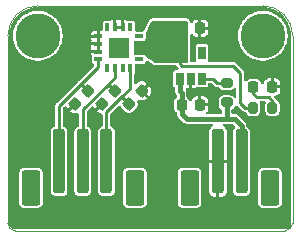
<source format=gbr>
%TF.GenerationSoftware,KiCad,Pcbnew,5.99.0-unknown-0e3b001c51~134~ubuntu20.04.1*%
%TF.CreationDate,2021-11-30T16:29:56+01:00*%
%TF.ProjectId,accelerometer,61636365-6c65-4726-9f6d-657465722e6b,0.0.1*%
%TF.SameCoordinates,Original*%
%TF.FileFunction,Copper,L1,Top*%
%TF.FilePolarity,Positive*%
%FSLAX46Y46*%
G04 Gerber Fmt 4.6, Leading zero omitted, Abs format (unit mm)*
G04 Created by KiCad (PCBNEW 5.99.0-unknown-0e3b001c51~134~ubuntu20.04.1) date 2021-11-30 16:29:56*
%MOMM*%
%LPD*%
G01*
G04 APERTURE LIST*
G04 Aperture macros list*
%AMRoundRect*
0 Rectangle with rounded corners*
0 $1 Rounding radius*
0 $2 $3 $4 $5 $6 $7 $8 $9 X,Y pos of 4 corners*
0 Add a 4 corners polygon primitive as box body*
4,1,4,$2,$3,$4,$5,$6,$7,$8,$9,$2,$3,0*
0 Add four circle primitives for the rounded corners*
1,1,$1+$1,$2,$3*
1,1,$1+$1,$4,$5*
1,1,$1+$1,$6,$7*
1,1,$1+$1,$8,$9*
0 Add four rect primitives between the rounded corners*
20,1,$1+$1,$2,$3,$4,$5,0*
20,1,$1+$1,$4,$5,$6,$7,0*
20,1,$1+$1,$6,$7,$8,$9,0*
20,1,$1+$1,$8,$9,$2,$3,0*%
G04 Aperture macros list end*
%TA.AperFunction,Profile*%
%ADD10C,0.100000*%
%TD*%
%TA.AperFunction,ComponentPad*%
%ADD11C,3.800000*%
%TD*%
%TA.AperFunction,SMDPad,CuDef*%
%ADD12RoundRect,0.200000X0.275000X-0.200000X0.275000X0.200000X-0.275000X0.200000X-0.275000X-0.200000X0*%
%TD*%
%TA.AperFunction,SMDPad,CuDef*%
%ADD13R,0.650000X1.060000*%
%TD*%
%TA.AperFunction,SMDPad,CuDef*%
%ADD14RoundRect,0.250000X0.250000X2.500000X-0.250000X2.500000X-0.250000X-2.500000X0.250000X-2.500000X0*%
%TD*%
%TA.AperFunction,SMDPad,CuDef*%
%ADD15RoundRect,0.250000X0.550000X1.250000X-0.550000X1.250000X-0.550000X-1.250000X0.550000X-1.250000X0*%
%TD*%
%TA.AperFunction,SMDPad,CuDef*%
%ADD16RoundRect,0.225000X0.017678X-0.335876X0.335876X-0.017678X-0.017678X0.335876X-0.335876X0.017678X0*%
%TD*%
%TA.AperFunction,SMDPad,CuDef*%
%ADD17RoundRect,0.225000X-0.017678X0.335876X-0.335876X0.017678X0.017678X-0.335876X0.335876X-0.017678X0*%
%TD*%
%TA.AperFunction,SMDPad,CuDef*%
%ADD18RoundRect,0.225000X-0.225000X-0.250000X0.225000X-0.250000X0.225000X0.250000X-0.225000X0.250000X0*%
%TD*%
%TA.AperFunction,SMDPad,CuDef*%
%ADD19RoundRect,0.218750X0.218750X0.256250X-0.218750X0.256250X-0.218750X-0.256250X0.218750X-0.256250X0*%
%TD*%
%TA.AperFunction,SMDPad,CuDef*%
%ADD20R,1.750000X1.750000*%
%TD*%
%TA.AperFunction,SMDPad,CuDef*%
%ADD21R,0.370000X0.650000*%
%TD*%
%TA.AperFunction,SMDPad,CuDef*%
%ADD22R,0.650000X0.370000*%
%TD*%
%TA.AperFunction,SMDPad,CuDef*%
%ADD23RoundRect,0.200000X-0.200000X-0.275000X0.200000X-0.275000X0.200000X0.275000X-0.200000X0.275000X0*%
%TD*%
%TA.AperFunction,ViaPad*%
%ADD24C,0.800000*%
%TD*%
%TA.AperFunction,Conductor*%
%ADD25C,0.250000*%
%TD*%
%TA.AperFunction,Conductor*%
%ADD26C,0.400000*%
%TD*%
G04 APERTURE END LIST*
D10*
X158115000Y-87503000D02*
G75*
G03*
X155575000Y-84963000I-2540000J0D01*
G01*
X133985000Y-103378000D02*
X133985000Y-87503000D01*
X158115000Y-103378000D02*
X158115000Y-87503000D01*
X133985000Y-103378000D02*
G75*
G03*
X134620000Y-104013000I635000J0D01*
G01*
X136525000Y-84963000D02*
G75*
G03*
X133985000Y-87503000I0J-2540000D01*
G01*
X155575000Y-84963000D02*
X136525000Y-84963000D01*
X158115000Y-103378000D02*
G75*
G02*
X157480000Y-104013000I-635000J0D01*
G01*
X134620000Y-104013000D02*
X157480000Y-104013000D01*
D11*
%TO.P,H3,1*%
%TO.N,N/C*%
X155575000Y-87503000D03*
%TD*%
D12*
%TO.P,R2,1*%
%TO.N,+5V*%
X152527000Y-93154000D03*
%TO.P,R2,2*%
%TO.N,Net-(R2-Pad2)*%
X152527000Y-91504000D03*
%TD*%
D13*
%TO.P,U2,1,VIN*%
%TO.N,+5V*%
X148529000Y-91143000D03*
%TO.P,U2,2,GND*%
%TO.N,GND*%
X149479000Y-91143000D03*
%TO.P,U2,3,EN*%
%TO.N,Net-(R2-Pad2)*%
X150429000Y-91143000D03*
%TO.P,U2,4,NC*%
%TO.N,unconnected-(U2-Pad4)*%
X150429000Y-88943000D03*
%TO.P,U2,5,VOUT*%
%TO.N,+3V3*%
X148529000Y-88943000D03*
%TD*%
D14*
%TO.P,J1,1,Pin_1*%
%TO.N,+5V*%
X153780000Y-98128000D03*
%TO.P,J1,2,Pin_2*%
%TO.N,GND*%
X151780000Y-98128000D03*
D15*
%TO.P,J1,MP*%
%TO.N,N/C*%
X149380000Y-100378000D03*
X156180000Y-100378000D03*
%TD*%
D14*
%TO.P,J2,1,Pin_1*%
%TO.N,Net-(J2-Pad1)*%
X142335000Y-98128000D03*
%TO.P,J2,2,Pin_2*%
%TO.N,Net-(J2-Pad2)*%
X140335000Y-98128000D03*
%TO.P,J2,3,Pin_3*%
%TO.N,Net-(J2-Pad3)*%
X138335000Y-98128000D03*
D15*
%TO.P,J2,MP*%
%TO.N,N/C*%
X144735000Y-100378000D03*
X135935000Y-100378000D03*
%TD*%
D16*
%TO.P,C1,1*%
%TO.N,Net-(J2-Pad1)*%
X144231992Y-93258008D03*
%TO.P,C1,2*%
%TO.N,GND*%
X145328008Y-92161992D03*
%TD*%
D17*
%TO.P,C2,1*%
%TO.N,Net-(J2-Pad2)*%
X143042008Y-92161992D03*
%TO.P,C2,2*%
%TO.N,GND*%
X141945992Y-93258008D03*
%TD*%
D18*
%TO.P,C4,1*%
%TO.N,+5V*%
X148704000Y-93345000D03*
%TO.P,C4,2*%
%TO.N,GND*%
X150254000Y-93345000D03*
%TD*%
D19*
%TO.P,D1,1,K*%
%TO.N,GND*%
X156362500Y-91821000D03*
%TO.P,D1,2,A*%
%TO.N,Net-(D1-Pad2)*%
X154787500Y-91821000D03*
%TD*%
D11*
%TO.P,H4,1*%
%TO.N,N/C*%
X136525000Y-87503000D03*
%TD*%
D17*
%TO.P,C3,1*%
%TO.N,Net-(J2-Pad3)*%
X140756008Y-92161992D03*
%TO.P,C3,2*%
%TO.N,GND*%
X139659992Y-93258008D03*
%TD*%
D20*
%TO.P,U1,0*%
%TO.N,N/C*%
X143383000Y-88519000D03*
D21*
%TO.P,U1,1*%
X144358000Y-86769000D03*
%TO.P,U1,2,ST*%
%TO.N,GND*%
X143708000Y-86769000D03*
%TO.P,U1,3,GND*%
X143058000Y-86769000D03*
%TO.P,U1,4*%
%TO.N,N/C*%
X142408000Y-86769000D03*
D22*
%TO.P,U1,5,GND*%
%TO.N,GND*%
X141633000Y-87544000D03*
%TO.P,U1,6,GND*%
X141633000Y-88194000D03*
%TO.P,U1,7,GND*%
X141633000Y-88844000D03*
%TO.P,U1,8,ZOUT*%
%TO.N,Net-(J2-Pad3)*%
X141633000Y-89494000D03*
D21*
%TO.P,U1,9*%
%TO.N,N/C*%
X142408000Y-90269000D03*
%TO.P,U1,10,YOUT*%
%TO.N,Net-(J2-Pad2)*%
X143058000Y-90269000D03*
%TO.P,U1,11*%
%TO.N,N/C*%
X143708000Y-90269000D03*
%TO.P,U1,12,XOUT*%
%TO.N,Net-(J2-Pad1)*%
X144358000Y-90269000D03*
D22*
%TO.P,U1,13*%
%TO.N,N/C*%
X145133000Y-89494000D03*
%TO.P,U1,14,VS*%
%TO.N,+3V3*%
X145133000Y-88844000D03*
%TO.P,U1,15,VS*%
X145133000Y-88194000D03*
%TO.P,U1,16*%
%TO.N,N/C*%
X145133000Y-87544000D03*
%TD*%
D23*
%TO.P,R1,1*%
%TO.N,+3V3*%
X154750000Y-93599000D03*
%TO.P,R1,2*%
%TO.N,Net-(D1-Pad2)*%
X156400000Y-93599000D03*
%TD*%
D18*
%TO.P,C5,1*%
%TO.N,+3V3*%
X148704000Y-86868000D03*
%TO.P,C5,2*%
%TO.N,GND*%
X150254000Y-86868000D03*
%TD*%
D24*
%TO.N,GND*%
X139573000Y-87757000D03*
X151384000Y-92456000D03*
X146812000Y-93726000D03*
X152273000Y-87503000D03*
%TD*%
D25*
%TO.N,Net-(J2-Pad1)*%
X143694346Y-92720362D02*
X143694346Y-92640346D01*
X144358000Y-91976692D02*
X144358000Y-90269000D01*
X142335000Y-98128000D02*
X142335000Y-93999692D01*
X144231992Y-93258008D02*
X143694346Y-92720362D01*
X143694346Y-92640346D02*
X144358000Y-91976692D01*
X142335000Y-93999692D02*
X143694346Y-92640346D01*
%TO.N,Net-(J2-Pad2)*%
X142436654Y-91636654D02*
X143058000Y-91015308D01*
X142516670Y-91636654D02*
X142436654Y-91636654D01*
X143058000Y-91015308D02*
X143058000Y-90269000D01*
X140335000Y-98128000D02*
X140335000Y-93738308D01*
X140335000Y-93738308D02*
X142436654Y-91636654D01*
X143042008Y-92161992D02*
X142516670Y-91636654D01*
%TO.N,Net-(J2-Pad3)*%
X138335000Y-98128000D02*
X138335000Y-93452308D01*
X140201454Y-91585854D02*
X141633000Y-90154308D01*
X138335000Y-93452308D02*
X139109254Y-92678054D01*
X140756008Y-92161992D02*
X140201454Y-91607438D01*
X139109254Y-92678054D02*
X140201454Y-91585854D01*
X140201454Y-91607438D02*
X140201454Y-91585854D01*
X141633000Y-90154308D02*
X141633000Y-89494000D01*
D26*
%TO.N,+5V*%
X153212800Y-94538800D02*
X152501600Y-94538800D01*
X152501600Y-94538800D02*
X149148800Y-94538800D01*
X148529000Y-91143000D02*
X148529000Y-92141000D01*
X148704000Y-92316000D02*
X148704000Y-93345000D01*
X148529000Y-92141000D02*
X148704000Y-92316000D01*
X148704000Y-94094000D02*
X148704000Y-93345000D01*
X149148800Y-94538800D02*
X148704000Y-94094000D01*
X153780000Y-95106000D02*
X153212800Y-94538800D01*
X152527000Y-94513400D02*
X152501600Y-94538800D01*
X153780000Y-98128000D02*
X153780000Y-95106000D01*
X152527000Y-93154000D02*
X152527000Y-94513400D01*
D25*
%TO.N,+3V3*%
X153670000Y-93218000D02*
X153670000Y-90678000D01*
X153670000Y-90678000D02*
X153035000Y-90043000D01*
X148529000Y-89855000D02*
X148529000Y-88943000D01*
X148717000Y-90043000D02*
X148529000Y-89855000D01*
X154051000Y-93599000D02*
X153670000Y-93218000D01*
X154750000Y-93599000D02*
X154051000Y-93599000D01*
X153035000Y-90043000D02*
X148717000Y-90043000D01*
%TO.N,Net-(D1-Pad2)*%
X156400000Y-93027000D02*
X156400000Y-93599000D01*
X156083000Y-92710000D02*
X156400000Y-93027000D01*
X155067000Y-92710000D02*
X156083000Y-92710000D01*
X154787500Y-92430500D02*
X155067000Y-92710000D01*
X154787500Y-91821000D02*
X154787500Y-92430500D01*
%TO.N,Net-(R2-Pad2)*%
X152527000Y-91504000D02*
X151702000Y-91504000D01*
X151702000Y-91504000D02*
X151341000Y-91143000D01*
X151341000Y-91143000D02*
X150429000Y-91143000D01*
%TD*%
%TA.AperFunction,Conductor*%
%TO.N,GND*%
G36*
X155543113Y-85090187D02*
G01*
X155558976Y-85090187D01*
X155575000Y-85094480D01*
X155585812Y-85091583D01*
X155588546Y-85092385D01*
X155588640Y-85090825D01*
X155858248Y-85107134D01*
X155873352Y-85108968D01*
X156144971Y-85158744D01*
X156159744Y-85162385D01*
X156423392Y-85244541D01*
X156437610Y-85249933D01*
X156689434Y-85363270D01*
X156702890Y-85370333D01*
X156939216Y-85513196D01*
X156951737Y-85521838D01*
X156954223Y-85523786D01*
X157169121Y-85692148D01*
X157180509Y-85702238D01*
X157375762Y-85897491D01*
X157385852Y-85908879D01*
X157543790Y-86110471D01*
X157556161Y-86126262D01*
X157564803Y-86138783D01*
X157707667Y-86375110D01*
X157714730Y-86388566D01*
X157826777Y-86637525D01*
X157828065Y-86640386D01*
X157833459Y-86654608D01*
X157859484Y-86738124D01*
X157915615Y-86918256D01*
X157919256Y-86933029D01*
X157969032Y-87204648D01*
X157970866Y-87219752D01*
X157987175Y-87489360D01*
X157985938Y-87489435D01*
X157986525Y-87491785D01*
X157983520Y-87503000D01*
X157987813Y-87519024D01*
X157987813Y-87534887D01*
X157988000Y-87536308D01*
X157988000Y-103344692D01*
X157987813Y-103346113D01*
X157987813Y-103361978D01*
X157983520Y-103378000D01*
X157985246Y-103384443D01*
X157983778Y-103389444D01*
X157986674Y-103389770D01*
X157976853Y-103476934D01*
X157970574Y-103504443D01*
X157942381Y-103585013D01*
X157930140Y-103610432D01*
X157884723Y-103682714D01*
X157867130Y-103704774D01*
X157806774Y-103765130D01*
X157784714Y-103782723D01*
X157712432Y-103828140D01*
X157687013Y-103840381D01*
X157606443Y-103868574D01*
X157578934Y-103874853D01*
X157491770Y-103884674D01*
X157491469Y-103882000D01*
X157486710Y-103883318D01*
X157480000Y-103881520D01*
X157463978Y-103885813D01*
X157448113Y-103885813D01*
X157446692Y-103886000D01*
X134653308Y-103886000D01*
X134651887Y-103885813D01*
X134636022Y-103885813D01*
X134620000Y-103881520D01*
X134613557Y-103883246D01*
X134608556Y-103881778D01*
X134608230Y-103884674D01*
X134521066Y-103874853D01*
X134493557Y-103868574D01*
X134412987Y-103840381D01*
X134387568Y-103828140D01*
X134315286Y-103782723D01*
X134293226Y-103765130D01*
X134232870Y-103704774D01*
X134215277Y-103682714D01*
X134169860Y-103610432D01*
X134157619Y-103585013D01*
X134129426Y-103504443D01*
X134123147Y-103476934D01*
X134113326Y-103389770D01*
X134116000Y-103389469D01*
X134114682Y-103384710D01*
X134116480Y-103378000D01*
X134112187Y-103361978D01*
X134112187Y-103346113D01*
X134112000Y-103344692D01*
X134112000Y-101681834D01*
X134934500Y-101681834D01*
X134937481Y-101713369D01*
X134982366Y-101841184D01*
X134987958Y-101848754D01*
X134987959Y-101848757D01*
X135050335Y-101933206D01*
X135062850Y-101950150D01*
X135070421Y-101955742D01*
X135164243Y-102025041D01*
X135164246Y-102025042D01*
X135171816Y-102030634D01*
X135299631Y-102075519D01*
X135307277Y-102076242D01*
X135307278Y-102076242D01*
X135313248Y-102076806D01*
X135331166Y-102078500D01*
X136538834Y-102078500D01*
X136556752Y-102076806D01*
X136562722Y-102076242D01*
X136562723Y-102076242D01*
X136570369Y-102075519D01*
X136698184Y-102030634D01*
X136705754Y-102025042D01*
X136705757Y-102025041D01*
X136799579Y-101955742D01*
X136807150Y-101950150D01*
X136819665Y-101933206D01*
X136882041Y-101848757D01*
X136882042Y-101848754D01*
X136887634Y-101841184D01*
X136932519Y-101713369D01*
X136935500Y-101681834D01*
X143734500Y-101681834D01*
X143737481Y-101713369D01*
X143782366Y-101841184D01*
X143787958Y-101848754D01*
X143787959Y-101848757D01*
X143850335Y-101933206D01*
X143862850Y-101950150D01*
X143870421Y-101955742D01*
X143964243Y-102025041D01*
X143964246Y-102025042D01*
X143971816Y-102030634D01*
X144099631Y-102075519D01*
X144107277Y-102076242D01*
X144107278Y-102076242D01*
X144113248Y-102076806D01*
X144131166Y-102078500D01*
X145338834Y-102078500D01*
X145356752Y-102076806D01*
X145362722Y-102076242D01*
X145362723Y-102076242D01*
X145370369Y-102075519D01*
X145498184Y-102030634D01*
X145505754Y-102025042D01*
X145505757Y-102025041D01*
X145599579Y-101955742D01*
X145607150Y-101950150D01*
X145619665Y-101933206D01*
X145682041Y-101848757D01*
X145682042Y-101848754D01*
X145687634Y-101841184D01*
X145732519Y-101713369D01*
X145735500Y-101681834D01*
X148379500Y-101681834D01*
X148382481Y-101713369D01*
X148427366Y-101841184D01*
X148432958Y-101848754D01*
X148432959Y-101848757D01*
X148495335Y-101933206D01*
X148507850Y-101950150D01*
X148515421Y-101955742D01*
X148609243Y-102025041D01*
X148609246Y-102025042D01*
X148616816Y-102030634D01*
X148744631Y-102075519D01*
X148752277Y-102076242D01*
X148752278Y-102076242D01*
X148758248Y-102076806D01*
X148776166Y-102078500D01*
X149983834Y-102078500D01*
X150001752Y-102076806D01*
X150007722Y-102076242D01*
X150007723Y-102076242D01*
X150015369Y-102075519D01*
X150143184Y-102030634D01*
X150150754Y-102025042D01*
X150150757Y-102025041D01*
X150244579Y-101955742D01*
X150252150Y-101950150D01*
X150264665Y-101933206D01*
X150327041Y-101848757D01*
X150327042Y-101848754D01*
X150332634Y-101841184D01*
X150377519Y-101713369D01*
X150380500Y-101681834D01*
X155179500Y-101681834D01*
X155182481Y-101713369D01*
X155227366Y-101841184D01*
X155232958Y-101848754D01*
X155232959Y-101848757D01*
X155295335Y-101933206D01*
X155307850Y-101950150D01*
X155315421Y-101955742D01*
X155409243Y-102025041D01*
X155409246Y-102025042D01*
X155416816Y-102030634D01*
X155544631Y-102075519D01*
X155552277Y-102076242D01*
X155552278Y-102076242D01*
X155558248Y-102076806D01*
X155576166Y-102078500D01*
X156783834Y-102078500D01*
X156801752Y-102076806D01*
X156807722Y-102076242D01*
X156807723Y-102076242D01*
X156815369Y-102075519D01*
X156943184Y-102030634D01*
X156950754Y-102025042D01*
X156950757Y-102025041D01*
X157044579Y-101955742D01*
X157052150Y-101950150D01*
X157064665Y-101933206D01*
X157127041Y-101848757D01*
X157127042Y-101848754D01*
X157132634Y-101841184D01*
X157177519Y-101713369D01*
X157180500Y-101681834D01*
X157180500Y-99074166D01*
X157177519Y-99042631D01*
X157132634Y-98914816D01*
X157127042Y-98907246D01*
X157127041Y-98907243D01*
X157057742Y-98813421D01*
X157052150Y-98805850D01*
X157035206Y-98793335D01*
X156950757Y-98730959D01*
X156950754Y-98730958D01*
X156943184Y-98725366D01*
X156815369Y-98680481D01*
X156807723Y-98679758D01*
X156807722Y-98679758D01*
X156801752Y-98679194D01*
X156783834Y-98677500D01*
X155576166Y-98677500D01*
X155558248Y-98679194D01*
X155552278Y-98679758D01*
X155552277Y-98679758D01*
X155544631Y-98680481D01*
X155416816Y-98725366D01*
X155409246Y-98730958D01*
X155409243Y-98730959D01*
X155324794Y-98793335D01*
X155307850Y-98805850D01*
X155302258Y-98813421D01*
X155232959Y-98907243D01*
X155232958Y-98907246D01*
X155227366Y-98914816D01*
X155182481Y-99042631D01*
X155179500Y-99074166D01*
X155179500Y-101681834D01*
X150380500Y-101681834D01*
X150380500Y-100672292D01*
X151026001Y-100672292D01*
X151026370Y-100679110D01*
X151031841Y-100729482D01*
X151035470Y-100744741D01*
X151080222Y-100864118D01*
X151088754Y-100879704D01*
X151164572Y-100980867D01*
X151177133Y-100993428D01*
X151278296Y-101069246D01*
X151293882Y-101077778D01*
X151413265Y-101122533D01*
X151428510Y-101126158D01*
X151478892Y-101131631D01*
X151485706Y-101132000D01*
X151634885Y-101132000D01*
X151650124Y-101127525D01*
X151651329Y-101126135D01*
X151653000Y-101118452D01*
X151653000Y-101113884D01*
X151907000Y-101113884D01*
X151911475Y-101129123D01*
X151912865Y-101130328D01*
X151920548Y-101131999D01*
X152074292Y-101131999D01*
X152081110Y-101131630D01*
X152131482Y-101126159D01*
X152146741Y-101122530D01*
X152266118Y-101077778D01*
X152281704Y-101069246D01*
X152382867Y-100993428D01*
X152395428Y-100980867D01*
X152471246Y-100879704D01*
X152479778Y-100864118D01*
X152524533Y-100744735D01*
X152528158Y-100729490D01*
X152533631Y-100679108D01*
X152534000Y-100672294D01*
X152534000Y-98273115D01*
X152529525Y-98257876D01*
X152528135Y-98256671D01*
X152520452Y-98255000D01*
X151925115Y-98255000D01*
X151909876Y-98259475D01*
X151908671Y-98260865D01*
X151907000Y-98268548D01*
X151907000Y-101113884D01*
X151653000Y-101113884D01*
X151653000Y-98273115D01*
X151648525Y-98257876D01*
X151647135Y-98256671D01*
X151639452Y-98255000D01*
X151044116Y-98255000D01*
X151028877Y-98259475D01*
X151027672Y-98260865D01*
X151026001Y-98268548D01*
X151026001Y-100672292D01*
X150380500Y-100672292D01*
X150380500Y-99074166D01*
X150377519Y-99042631D01*
X150332634Y-98914816D01*
X150327042Y-98907246D01*
X150327041Y-98907243D01*
X150257742Y-98813421D01*
X150252150Y-98805850D01*
X150235206Y-98793335D01*
X150150757Y-98730959D01*
X150150754Y-98730958D01*
X150143184Y-98725366D01*
X150015369Y-98680481D01*
X150007723Y-98679758D01*
X150007722Y-98679758D01*
X150001752Y-98679194D01*
X149983834Y-98677500D01*
X148776166Y-98677500D01*
X148758248Y-98679194D01*
X148752278Y-98679758D01*
X148752277Y-98679758D01*
X148744631Y-98680481D01*
X148616816Y-98725366D01*
X148609246Y-98730958D01*
X148609243Y-98730959D01*
X148524794Y-98793335D01*
X148507850Y-98805850D01*
X148502258Y-98813421D01*
X148432959Y-98907243D01*
X148432958Y-98907246D01*
X148427366Y-98914816D01*
X148382481Y-99042631D01*
X148379500Y-99074166D01*
X148379500Y-101681834D01*
X145735500Y-101681834D01*
X145735500Y-99074166D01*
X145732519Y-99042631D01*
X145687634Y-98914816D01*
X145682042Y-98907246D01*
X145682041Y-98907243D01*
X145612742Y-98813421D01*
X145607150Y-98805850D01*
X145590206Y-98793335D01*
X145505757Y-98730959D01*
X145505754Y-98730958D01*
X145498184Y-98725366D01*
X145370369Y-98680481D01*
X145362723Y-98679758D01*
X145362722Y-98679758D01*
X145356752Y-98679194D01*
X145338834Y-98677500D01*
X144131166Y-98677500D01*
X144113248Y-98679194D01*
X144107278Y-98679758D01*
X144107277Y-98679758D01*
X144099631Y-98680481D01*
X143971816Y-98725366D01*
X143964246Y-98730958D01*
X143964243Y-98730959D01*
X143879794Y-98793335D01*
X143862850Y-98805850D01*
X143857258Y-98813421D01*
X143787959Y-98907243D01*
X143787958Y-98907246D01*
X143782366Y-98914816D01*
X143737481Y-99042631D01*
X143734500Y-99074166D01*
X143734500Y-101681834D01*
X136935500Y-101681834D01*
X136935500Y-100681834D01*
X137634500Y-100681834D01*
X137637481Y-100713369D01*
X137682366Y-100841184D01*
X137687958Y-100848754D01*
X137687959Y-100848757D01*
X137699305Y-100864118D01*
X137762850Y-100950150D01*
X137770421Y-100955742D01*
X137864243Y-101025041D01*
X137864246Y-101025042D01*
X137871816Y-101030634D01*
X137999631Y-101075519D01*
X138007277Y-101076242D01*
X138007278Y-101076242D01*
X138013248Y-101076806D01*
X138031166Y-101078500D01*
X138638834Y-101078500D01*
X138656752Y-101076806D01*
X138662722Y-101076242D01*
X138662723Y-101076242D01*
X138670369Y-101075519D01*
X138798184Y-101030634D01*
X138805754Y-101025042D01*
X138805757Y-101025041D01*
X138899579Y-100955742D01*
X138907150Y-100950150D01*
X138970695Y-100864118D01*
X138982041Y-100848757D01*
X138982042Y-100848754D01*
X138987634Y-100841184D01*
X139032519Y-100713369D01*
X139035500Y-100681834D01*
X139035500Y-95574166D01*
X139032519Y-95542631D01*
X138987634Y-95414816D01*
X138982042Y-95407246D01*
X138982041Y-95407243D01*
X138912742Y-95313421D01*
X138907150Y-95305850D01*
X138805758Y-95230960D01*
X138805757Y-95230959D01*
X138805754Y-95230958D01*
X138798184Y-95225366D01*
X138744751Y-95206602D01*
X138687106Y-95165158D01*
X138661018Y-95099129D01*
X138660500Y-95087719D01*
X138660500Y-93639324D01*
X138680502Y-93571203D01*
X138697405Y-93550229D01*
X138741433Y-93506201D01*
X138803745Y-93472175D01*
X138874560Y-93477240D01*
X138928726Y-93516345D01*
X138951214Y-93544315D01*
X138955767Y-93549389D01*
X139059575Y-93653197D01*
X139073519Y-93660811D01*
X139075352Y-93660680D01*
X139081969Y-93656428D01*
X139570898Y-93167499D01*
X139633210Y-93133473D01*
X139704025Y-93138538D01*
X139749088Y-93167499D01*
X139750502Y-93168913D01*
X139784528Y-93231225D01*
X139779463Y-93302040D01*
X139750502Y-93347103D01*
X139264801Y-93832804D01*
X139257189Y-93846744D01*
X139257321Y-93848580D01*
X139261570Y-93855192D01*
X139368611Y-93962233D01*
X139373688Y-93966789D01*
X139410790Y-93996619D01*
X139424137Y-94004838D01*
X139533674Y-94054643D01*
X139550734Y-94059632D01*
X139668787Y-94076537D01*
X139686552Y-94076537D01*
X139804605Y-94059632D01*
X139821662Y-94054643D01*
X139831349Y-94050239D01*
X139901640Y-94040253D01*
X139966171Y-94069854D01*
X140004455Y-94129644D01*
X140009500Y-94164940D01*
X140009500Y-95087719D01*
X139989498Y-95155840D01*
X139935842Y-95202333D01*
X139925252Y-95206601D01*
X139871816Y-95225366D01*
X139864246Y-95230958D01*
X139864243Y-95230959D01*
X139864242Y-95230960D01*
X139762850Y-95305850D01*
X139757258Y-95313421D01*
X139687959Y-95407243D01*
X139687958Y-95407246D01*
X139682366Y-95414816D01*
X139637481Y-95542631D01*
X139634500Y-95574166D01*
X139634500Y-100681834D01*
X139637481Y-100713369D01*
X139682366Y-100841184D01*
X139687958Y-100848754D01*
X139687959Y-100848757D01*
X139699305Y-100864118D01*
X139762850Y-100950150D01*
X139770421Y-100955742D01*
X139864243Y-101025041D01*
X139864246Y-101025042D01*
X139871816Y-101030634D01*
X139999631Y-101075519D01*
X140007277Y-101076242D01*
X140007278Y-101076242D01*
X140013248Y-101076806D01*
X140031166Y-101078500D01*
X140638834Y-101078500D01*
X140656752Y-101076806D01*
X140662722Y-101076242D01*
X140662723Y-101076242D01*
X140670369Y-101075519D01*
X140798184Y-101030634D01*
X140805754Y-101025042D01*
X140805757Y-101025041D01*
X140899579Y-100955742D01*
X140907150Y-100950150D01*
X140970695Y-100864118D01*
X140982041Y-100848757D01*
X140982042Y-100848754D01*
X140987634Y-100841184D01*
X141032519Y-100713369D01*
X141035500Y-100681834D01*
X141035500Y-95574166D01*
X141032519Y-95542631D01*
X140987634Y-95414816D01*
X140982042Y-95407246D01*
X140982041Y-95407243D01*
X140912742Y-95313421D01*
X140907150Y-95305850D01*
X140805758Y-95230960D01*
X140805757Y-95230959D01*
X140805754Y-95230958D01*
X140798184Y-95225366D01*
X140744751Y-95206602D01*
X140687106Y-95165158D01*
X140661018Y-95099129D01*
X140660500Y-95087719D01*
X140660500Y-93925324D01*
X140680502Y-93857203D01*
X140697405Y-93836229D01*
X141027433Y-93506201D01*
X141089745Y-93472175D01*
X141160560Y-93477240D01*
X141214726Y-93516345D01*
X141237214Y-93544315D01*
X141241767Y-93549389D01*
X141345575Y-93653197D01*
X141359519Y-93660811D01*
X141361352Y-93660680D01*
X141367969Y-93656428D01*
X141856898Y-93167499D01*
X141919210Y-93133473D01*
X141990025Y-93138538D01*
X142035088Y-93167499D01*
X142036502Y-93168913D01*
X142070528Y-93231225D01*
X142065463Y-93302040D01*
X142036502Y-93347103D01*
X141550801Y-93832804D01*
X141543189Y-93846744D01*
X141543321Y-93848580D01*
X141547570Y-93855192D01*
X141654611Y-93962233D01*
X141659688Y-93966789D01*
X141696790Y-93996619D01*
X141710137Y-94004838D01*
X141819674Y-94054643D01*
X141836734Y-94059631D01*
X141901361Y-94068886D01*
X141965958Y-94098343D01*
X142004376Y-94158047D01*
X142009500Y-94193614D01*
X142009500Y-95087719D01*
X141989498Y-95155840D01*
X141935842Y-95202333D01*
X141925252Y-95206601D01*
X141871816Y-95225366D01*
X141864246Y-95230958D01*
X141864243Y-95230959D01*
X141864242Y-95230960D01*
X141762850Y-95305850D01*
X141757258Y-95313421D01*
X141687959Y-95407243D01*
X141687958Y-95407246D01*
X141682366Y-95414816D01*
X141637481Y-95542631D01*
X141634500Y-95574166D01*
X141634500Y-100681834D01*
X141637481Y-100713369D01*
X141682366Y-100841184D01*
X141687958Y-100848754D01*
X141687959Y-100848757D01*
X141699305Y-100864118D01*
X141762850Y-100950150D01*
X141770421Y-100955742D01*
X141864243Y-101025041D01*
X141864246Y-101025042D01*
X141871816Y-101030634D01*
X141999631Y-101075519D01*
X142007277Y-101076242D01*
X142007278Y-101076242D01*
X142013248Y-101076806D01*
X142031166Y-101078500D01*
X142638834Y-101078500D01*
X142656752Y-101076806D01*
X142662722Y-101076242D01*
X142662723Y-101076242D01*
X142670369Y-101075519D01*
X142798184Y-101030634D01*
X142805754Y-101025042D01*
X142805757Y-101025041D01*
X142899579Y-100955742D01*
X142907150Y-100950150D01*
X142970695Y-100864118D01*
X142982041Y-100848757D01*
X142982042Y-100848754D01*
X142987634Y-100841184D01*
X143032519Y-100713369D01*
X143035500Y-100681834D01*
X143035500Y-95574166D01*
X143032519Y-95542631D01*
X142987634Y-95414816D01*
X142982042Y-95407246D01*
X142982041Y-95407243D01*
X142912742Y-95313421D01*
X142907150Y-95305850D01*
X142805758Y-95230960D01*
X142805757Y-95230959D01*
X142805754Y-95230958D01*
X142798184Y-95225366D01*
X142744751Y-95206602D01*
X142687106Y-95165158D01*
X142661018Y-95099129D01*
X142660500Y-95087719D01*
X142660500Y-94186708D01*
X142680502Y-94118587D01*
X142697405Y-94097613D01*
X143343499Y-93451519D01*
X143405811Y-93417493D01*
X143476626Y-93422558D01*
X143534529Y-93466552D01*
X143571563Y-93517525D01*
X143972475Y-93918437D01*
X143976476Y-93921344D01*
X143976482Y-93921349D01*
X144021229Y-93953859D01*
X144054089Y-93977733D01*
X144182277Y-94019384D01*
X144317063Y-94019384D01*
X144351677Y-94008137D01*
X144435821Y-93980797D01*
X144435823Y-93980796D01*
X144445250Y-93977733D01*
X144453272Y-93971905D01*
X144522857Y-93921349D01*
X144522863Y-93921344D01*
X144526864Y-93918437D01*
X144892421Y-93552880D01*
X144895328Y-93548879D01*
X144895333Y-93548873D01*
X144945889Y-93479288D01*
X144945890Y-93479287D01*
X144951717Y-93471266D01*
X144958134Y-93451519D01*
X144990303Y-93352512D01*
X144993368Y-93343079D01*
X144993368Y-93208293D01*
X144951717Y-93080105D01*
X144954312Y-93079262D01*
X144943989Y-93024298D01*
X144970688Y-92958513D01*
X145028715Y-92917607D01*
X145099647Y-92914565D01*
X145121512Y-92922171D01*
X145201690Y-92958627D01*
X145218750Y-92963616D01*
X145336803Y-92980521D01*
X145354568Y-92980521D01*
X145472621Y-92963616D01*
X145489681Y-92958626D01*
X145599219Y-92908822D01*
X145612566Y-92900603D01*
X145649676Y-92870766D01*
X145654734Y-92866228D01*
X145740879Y-92780084D01*
X145748489Y-92766146D01*
X145748358Y-92764310D01*
X145744107Y-92757696D01*
X145237498Y-92251087D01*
X145203472Y-92188775D01*
X145205307Y-92163124D01*
X145512811Y-92163124D01*
X145512942Y-92164958D01*
X145517193Y-92171572D01*
X145920480Y-92574859D01*
X145934424Y-92582473D01*
X145936257Y-92582342D01*
X145942871Y-92578092D01*
X146032244Y-92488718D01*
X146036782Y-92483660D01*
X146066619Y-92446550D01*
X146074838Y-92433203D01*
X146124642Y-92323665D01*
X146129632Y-92306605D01*
X146146537Y-92188552D01*
X146146537Y-92170787D01*
X146129632Y-92052734D01*
X146124643Y-92035674D01*
X146074838Y-91926137D01*
X146066619Y-91912790D01*
X146036789Y-91875688D01*
X146032233Y-91870611D01*
X145928426Y-91766804D01*
X145914482Y-91759190D01*
X145912647Y-91759321D01*
X145906037Y-91763569D01*
X145520424Y-92149181D01*
X145512811Y-92163124D01*
X145205307Y-92163124D01*
X145208537Y-92117960D01*
X145237498Y-92072897D01*
X145328008Y-91982387D01*
X145723197Y-91587199D01*
X145730811Y-91573255D01*
X145730680Y-91571422D01*
X145726429Y-91564807D01*
X145619389Y-91457767D01*
X145614312Y-91453211D01*
X145577210Y-91423381D01*
X145563863Y-91415162D01*
X145454326Y-91365357D01*
X145437266Y-91360368D01*
X145319213Y-91343463D01*
X145301448Y-91343463D01*
X145183395Y-91360368D01*
X145166335Y-91365358D01*
X145056797Y-91415162D01*
X145043450Y-91423381D01*
X145006348Y-91453211D01*
X145001271Y-91457767D01*
X144898595Y-91560443D01*
X144836283Y-91594469D01*
X144765468Y-91589404D01*
X144708632Y-91546857D01*
X144683821Y-91480337D01*
X144683500Y-91471348D01*
X144683500Y-90782839D01*
X144704736Y-90712836D01*
X144724972Y-90682551D01*
X144724974Y-90682547D01*
X144731867Y-90672231D01*
X144743500Y-90613748D01*
X144743500Y-90005500D01*
X144763502Y-89937379D01*
X144817158Y-89890886D01*
X144869500Y-89879500D01*
X145477748Y-89879500D01*
X145483816Y-89878293D01*
X145524061Y-89870288D01*
X145524062Y-89870288D01*
X145536231Y-89867867D01*
X145602552Y-89823552D01*
X145646867Y-89757231D01*
X145650471Y-89739115D01*
X145654134Y-89720697D01*
X145687041Y-89657787D01*
X145748736Y-89622655D01*
X145819631Y-89626455D01*
X145847605Y-89640440D01*
X146288272Y-89934218D01*
X146341329Y-89959249D01*
X146411319Y-89980411D01*
X146415900Y-89981087D01*
X146415902Y-89981087D01*
X146464771Y-89988294D01*
X146464777Y-89988294D01*
X146469358Y-89988970D01*
X148156889Y-89987654D01*
X148225025Y-90007603D01*
X148266106Y-90050654D01*
X148275806Y-90067455D01*
X148284251Y-90074541D01*
X148304682Y-90091685D01*
X148312785Y-90099111D01*
X148411079Y-90197405D01*
X148445105Y-90259717D01*
X148440040Y-90330532D01*
X148397493Y-90387368D01*
X148330973Y-90412179D01*
X148321984Y-90412500D01*
X148184252Y-90412500D01*
X148178184Y-90413707D01*
X148137939Y-90421712D01*
X148137938Y-90421712D01*
X148125769Y-90424133D01*
X148059448Y-90468448D01*
X148015133Y-90534769D01*
X148012712Y-90546938D01*
X148012712Y-90546939D01*
X148006970Y-90575809D01*
X148003500Y-90593252D01*
X148003500Y-91692748D01*
X148004707Y-91698816D01*
X148012008Y-91735519D01*
X148015133Y-91751231D01*
X148059448Y-91817552D01*
X148069761Y-91824443D01*
X148069765Y-91824447D01*
X148072501Y-91826275D01*
X148077121Y-91831803D01*
X148078540Y-91833222D01*
X148078413Y-91833349D01*
X148118029Y-91880751D01*
X148128500Y-91931040D01*
X148128500Y-92204433D01*
X148131564Y-92213864D01*
X148131565Y-92213868D01*
X148135297Y-92225353D01*
X148139913Y-92244578D01*
X148143354Y-92266304D01*
X148147855Y-92275137D01*
X148147856Y-92275141D01*
X148153341Y-92285906D01*
X148160905Y-92304166D01*
X148167704Y-92325090D01*
X148180639Y-92342893D01*
X148190965Y-92359745D01*
X148200950Y-92379342D01*
X148223513Y-92401905D01*
X148223516Y-92401909D01*
X148266595Y-92444988D01*
X148300621Y-92507300D01*
X148303500Y-92534083D01*
X148303500Y-92629659D01*
X148283498Y-92697780D01*
X148242028Y-92735299D01*
X148242640Y-92736141D01*
X148234806Y-92741833D01*
X148234704Y-92741925D01*
X148225780Y-92746472D01*
X148130472Y-92841780D01*
X148069281Y-92961874D01*
X148067731Y-92971663D01*
X148067730Y-92971665D01*
X148065826Y-92983689D01*
X148053500Y-93061512D01*
X148053500Y-93628488D01*
X148069281Y-93728126D01*
X148130472Y-93848220D01*
X148225780Y-93943528D01*
X148234704Y-93948075D01*
X148234787Y-93948153D01*
X148242640Y-93953859D01*
X148241903Y-93954874D01*
X148286318Y-93996822D01*
X148303500Y-94060341D01*
X148303500Y-94157433D01*
X148306564Y-94166864D01*
X148306565Y-94166868D01*
X148310297Y-94178353D01*
X148314913Y-94197578D01*
X148318354Y-94219304D01*
X148322855Y-94228137D01*
X148322856Y-94228141D01*
X148328341Y-94238906D01*
X148335905Y-94257166D01*
X148342704Y-94278090D01*
X148355639Y-94295893D01*
X148365965Y-94312745D01*
X148375950Y-94332342D01*
X148398503Y-94354895D01*
X148398516Y-94354909D01*
X148820750Y-94777142D01*
X148910458Y-94866850D01*
X148919294Y-94871352D01*
X148919295Y-94871353D01*
X148930059Y-94876838D01*
X148946916Y-94887168D01*
X148964710Y-94900096D01*
X148985632Y-94906894D01*
X149003893Y-94914458D01*
X149014661Y-94919945D01*
X149014665Y-94919946D01*
X149023496Y-94924446D01*
X149033285Y-94925997D01*
X149033293Y-94925999D01*
X149045227Y-94927889D01*
X149064447Y-94932503D01*
X149075933Y-94936235D01*
X149075940Y-94936236D01*
X149085367Y-94939299D01*
X149117277Y-94939299D01*
X149117281Y-94939300D01*
X151237760Y-94939300D01*
X151305881Y-94959302D01*
X151352374Y-95012958D01*
X151362478Y-95083232D01*
X151332984Y-95147812D01*
X151298269Y-95175820D01*
X151278294Y-95186756D01*
X151177133Y-95262572D01*
X151164572Y-95275133D01*
X151088754Y-95376296D01*
X151080222Y-95391882D01*
X151035467Y-95511265D01*
X151031842Y-95526510D01*
X151026369Y-95576892D01*
X151026000Y-95583706D01*
X151026000Y-97982885D01*
X151030475Y-97998124D01*
X151031865Y-97999329D01*
X151039548Y-98001000D01*
X152515884Y-98001000D01*
X152531123Y-97996525D01*
X152532328Y-97995135D01*
X152533999Y-97987452D01*
X152533999Y-95583708D01*
X152533630Y-95576890D01*
X152528159Y-95526518D01*
X152524530Y-95511259D01*
X152479778Y-95391882D01*
X152471246Y-95376296D01*
X152395428Y-95275133D01*
X152382867Y-95262572D01*
X152281706Y-95186756D01*
X152261731Y-95175820D01*
X152211585Y-95125562D01*
X152196571Y-95056171D01*
X152221456Y-94989678D01*
X152278339Y-94947195D01*
X152322240Y-94939300D01*
X152994717Y-94939300D01*
X153062838Y-94959302D01*
X153083812Y-94976205D01*
X153222618Y-95115011D01*
X153256644Y-95177323D01*
X153251579Y-95248138D01*
X153219354Y-95290863D01*
X153222085Y-95293594D01*
X153215421Y-95300258D01*
X153207850Y-95305850D01*
X153202258Y-95313421D01*
X153132959Y-95407243D01*
X153132958Y-95407246D01*
X153127366Y-95414816D01*
X153082481Y-95542631D01*
X153079500Y-95574166D01*
X153079500Y-100681834D01*
X153082481Y-100713369D01*
X153127366Y-100841184D01*
X153132958Y-100848754D01*
X153132959Y-100848757D01*
X153144305Y-100864118D01*
X153207850Y-100950150D01*
X153215421Y-100955742D01*
X153309243Y-101025041D01*
X153309246Y-101025042D01*
X153316816Y-101030634D01*
X153444631Y-101075519D01*
X153452277Y-101076242D01*
X153452278Y-101076242D01*
X153458248Y-101076806D01*
X153476166Y-101078500D01*
X154083834Y-101078500D01*
X154101752Y-101076806D01*
X154107722Y-101076242D01*
X154107723Y-101076242D01*
X154115369Y-101075519D01*
X154243184Y-101030634D01*
X154250754Y-101025042D01*
X154250757Y-101025041D01*
X154344579Y-100955742D01*
X154352150Y-100950150D01*
X154415695Y-100864118D01*
X154427041Y-100848757D01*
X154427042Y-100848754D01*
X154432634Y-100841184D01*
X154477519Y-100713369D01*
X154480500Y-100681834D01*
X154480500Y-95574166D01*
X154477519Y-95542631D01*
X154432634Y-95414816D01*
X154427042Y-95407246D01*
X154427041Y-95407243D01*
X154357742Y-95313421D01*
X154352150Y-95305850D01*
X154243184Y-95225366D01*
X154243337Y-95225159D01*
X154196699Y-95179706D01*
X154180500Y-95117903D01*
X154180500Y-95042567D01*
X154177436Y-95033136D01*
X154177435Y-95033132D01*
X154173703Y-95021647D01*
X154169087Y-95002422D01*
X154167197Y-94990488D01*
X154167197Y-94990487D01*
X154165646Y-94980696D01*
X154161145Y-94971863D01*
X154161144Y-94971859D01*
X154155659Y-94961094D01*
X154148093Y-94942830D01*
X154145950Y-94936235D01*
X154141296Y-94921910D01*
X154128361Y-94904107D01*
X154118035Y-94887255D01*
X154112554Y-94876498D01*
X154108050Y-94867658D01*
X154085487Y-94845095D01*
X154085484Y-94845091D01*
X153473709Y-94233316D01*
X153473705Y-94233313D01*
X153451142Y-94210750D01*
X153431546Y-94200765D01*
X153414693Y-94190439D01*
X153396890Y-94177504D01*
X153375966Y-94170705D01*
X153357706Y-94163141D01*
X153346941Y-94157656D01*
X153346937Y-94157655D01*
X153338104Y-94153154D01*
X153328313Y-94151603D01*
X153328312Y-94151603D01*
X153316378Y-94149713D01*
X153297153Y-94145097D01*
X153285668Y-94141365D01*
X153285664Y-94141364D01*
X153276233Y-94138300D01*
X153053500Y-94138300D01*
X152985379Y-94118298D01*
X152938886Y-94064642D01*
X152927500Y-94012300D01*
X152927500Y-93816759D01*
X152947502Y-93748638D01*
X152996297Y-93704492D01*
X153031510Y-93686550D01*
X153031509Y-93686550D01*
X153040342Y-93682050D01*
X153130050Y-93592342D01*
X153187646Y-93479304D01*
X153189197Y-93469512D01*
X153192262Y-93460079D01*
X153196081Y-93461320D01*
X153218143Y-93414845D01*
X153278430Y-93377349D01*
X153349419Y-93378399D01*
X153408658Y-93417767D01*
X153411296Y-93420911D01*
X153416806Y-93430455D01*
X153425247Y-93437538D01*
X153425248Y-93437539D01*
X153445675Y-93454679D01*
X153453780Y-93462106D01*
X153806901Y-93815228D01*
X153814327Y-93823331D01*
X153838545Y-93852194D01*
X153848088Y-93857704D01*
X153848092Y-93857707D01*
X153871179Y-93871036D01*
X153880448Y-93876940D01*
X153911316Y-93898554D01*
X153921964Y-93901407D01*
X153925135Y-93902886D01*
X153928411Y-93904078D01*
X153937955Y-93909588D01*
X153975076Y-93916134D01*
X153985783Y-93918508D01*
X154022193Y-93928263D01*
X154033170Y-93927303D01*
X154033173Y-93927303D01*
X154039720Y-93926730D01*
X154109325Y-93940717D01*
X154160318Y-93990116D01*
X154164347Y-93999262D01*
X154164354Y-93999304D01*
X154221950Y-94112342D01*
X154311658Y-94202050D01*
X154424696Y-94259646D01*
X154434485Y-94261196D01*
X154434487Y-94261197D01*
X154461849Y-94265530D01*
X154518481Y-94274500D01*
X154749953Y-94274500D01*
X154981518Y-94274499D01*
X154986412Y-94273724D01*
X155065506Y-94261198D01*
X155065508Y-94261197D01*
X155075304Y-94259646D01*
X155188342Y-94202050D01*
X155278050Y-94112342D01*
X155335646Y-93999304D01*
X155339063Y-93977733D01*
X155346520Y-93930646D01*
X155350500Y-93905519D01*
X155350499Y-93292482D01*
X155347333Y-93272493D01*
X155337198Y-93208493D01*
X155337197Y-93208490D01*
X155335646Y-93198696D01*
X155334464Y-93196376D01*
X155332552Y-93129469D01*
X155369214Y-93068671D01*
X155432926Y-93037346D01*
X155454413Y-93035500D01*
X155695586Y-93035500D01*
X155763707Y-93055502D01*
X155810200Y-93109158D01*
X155820304Y-93179432D01*
X155817059Y-93193388D01*
X155814354Y-93198696D01*
X155799500Y-93292481D01*
X155799501Y-93905518D01*
X155800276Y-93910409D01*
X155800276Y-93910412D01*
X155809205Y-93966789D01*
X155814354Y-93999304D01*
X155818855Y-94008137D01*
X155818857Y-94008142D01*
X155824585Y-94019384D01*
X155871950Y-94112342D01*
X155961658Y-94202050D01*
X156074696Y-94259646D01*
X156084485Y-94261196D01*
X156084487Y-94261197D01*
X156111849Y-94265530D01*
X156168481Y-94274500D01*
X156399953Y-94274500D01*
X156631518Y-94274499D01*
X156636412Y-94273724D01*
X156715506Y-94261198D01*
X156715508Y-94261197D01*
X156725304Y-94259646D01*
X156838342Y-94202050D01*
X156928050Y-94112342D01*
X156985646Y-93999304D01*
X156989063Y-93977733D01*
X156996520Y-93930646D01*
X157000500Y-93905519D01*
X157000499Y-93292482D01*
X156997333Y-93272493D01*
X156987198Y-93208494D01*
X156987197Y-93208490D01*
X156985646Y-93198696D01*
X156975831Y-93179432D01*
X156950373Y-93129469D01*
X156928050Y-93085658D01*
X156838342Y-92995950D01*
X156758631Y-92955335D01*
X156707016Y-92906586D01*
X156702309Y-92897596D01*
X156699554Y-92887316D01*
X156677945Y-92856456D01*
X156672039Y-92847185D01*
X156658707Y-92824094D01*
X156653194Y-92814545D01*
X156624317Y-92790315D01*
X156616215Y-92782889D01*
X156593061Y-92759735D01*
X156559035Y-92697423D01*
X156564100Y-92626608D01*
X156606647Y-92569772D01*
X156668546Y-92545377D01*
X156675953Y-92544572D01*
X156691211Y-92540944D01*
X156802207Y-92499335D01*
X156817792Y-92490803D01*
X156911792Y-92420353D01*
X156924353Y-92407792D01*
X156994803Y-92313792D01*
X157003335Y-92298207D01*
X157044946Y-92187206D01*
X157048572Y-92171959D01*
X157053631Y-92125391D01*
X157054000Y-92118579D01*
X157054000Y-91966115D01*
X157049525Y-91950876D01*
X157048135Y-91949671D01*
X157040452Y-91948000D01*
X156361500Y-91948000D01*
X156293379Y-91927998D01*
X156246886Y-91874342D01*
X156235500Y-91822000D01*
X156235500Y-91675885D01*
X156489500Y-91675885D01*
X156493975Y-91691124D01*
X156495365Y-91692329D01*
X156503048Y-91694000D01*
X157035884Y-91694000D01*
X157051123Y-91689525D01*
X157052328Y-91688135D01*
X157053999Y-91680452D01*
X157053999Y-91523424D01*
X157053630Y-91516606D01*
X157048573Y-91470048D01*
X157044944Y-91454789D01*
X157003335Y-91343793D01*
X156994803Y-91328208D01*
X156924353Y-91234208D01*
X156911792Y-91221647D01*
X156817792Y-91151197D01*
X156802207Y-91142665D01*
X156691206Y-91101054D01*
X156675959Y-91097428D01*
X156629391Y-91092369D01*
X156622579Y-91092000D01*
X156507615Y-91092000D01*
X156492376Y-91096475D01*
X156491171Y-91097865D01*
X156489500Y-91105548D01*
X156489500Y-91675885D01*
X156235500Y-91675885D01*
X156235500Y-91110116D01*
X156231025Y-91094877D01*
X156229635Y-91093672D01*
X156221952Y-91092001D01*
X156102424Y-91092001D01*
X156095606Y-91092370D01*
X156049048Y-91097427D01*
X156033789Y-91101056D01*
X155922793Y-91142665D01*
X155907208Y-91151197D01*
X155813208Y-91221647D01*
X155800647Y-91234208D01*
X155730197Y-91328208D01*
X155721665Y-91343793D01*
X155680054Y-91454794D01*
X155676428Y-91470042D01*
X155672350Y-91507580D01*
X155645108Y-91573142D01*
X155586745Y-91613568D01*
X155515791Y-91616023D01*
X155454773Y-91579728D01*
X155422638Y-91513683D01*
X155411502Y-91443372D01*
X155411502Y-91443371D01*
X155409951Y-91433580D01*
X155349658Y-91315249D01*
X155255751Y-91221342D01*
X155137420Y-91161049D01*
X155039246Y-91145500D01*
X154535754Y-91145500D01*
X154437580Y-91161049D01*
X154319249Y-91221342D01*
X154225342Y-91315249D01*
X154222158Y-91321498D01*
X154167212Y-91363866D01*
X154096476Y-91369941D01*
X154033685Y-91336809D01*
X153998774Y-91274988D01*
X153995500Y-91246451D01*
X153995500Y-90697710D01*
X153995980Y-90686728D01*
X153998303Y-90660180D01*
X153998303Y-90660178D01*
X153999264Y-90649193D01*
X153989508Y-90612785D01*
X153987130Y-90602058D01*
X153984507Y-90587184D01*
X153980588Y-90564955D01*
X153975077Y-90555410D01*
X153973885Y-90552134D01*
X153972408Y-90548966D01*
X153969554Y-90538316D01*
X153947945Y-90507456D01*
X153942039Y-90498185D01*
X153928707Y-90475094D01*
X153923194Y-90465545D01*
X153894317Y-90441315D01*
X153886215Y-90433889D01*
X153279111Y-89826785D01*
X153271684Y-89818681D01*
X153254541Y-89798251D01*
X153254542Y-89798251D01*
X153247455Y-89789806D01*
X153237906Y-89784293D01*
X153214815Y-89770961D01*
X153205544Y-89765055D01*
X153183715Y-89749770D01*
X153174684Y-89743446D01*
X153164034Y-89740592D01*
X153160866Y-89739115D01*
X153157590Y-89737923D01*
X153148045Y-89732412D01*
X153114301Y-89726462D01*
X153110942Y-89725870D01*
X153100215Y-89723492D01*
X153063807Y-89713736D01*
X153052822Y-89714697D01*
X153052820Y-89714697D01*
X153026272Y-89717020D01*
X153015290Y-89717500D01*
X151059948Y-89717500D01*
X150991827Y-89697498D01*
X150945334Y-89643842D01*
X150935230Y-89573568D01*
X150940307Y-89555062D01*
X150942867Y-89551231D01*
X150954500Y-89492748D01*
X150954500Y-88393252D01*
X150942867Y-88334769D01*
X150898552Y-88268448D01*
X150832231Y-88224133D01*
X150820062Y-88221712D01*
X150820061Y-88221712D01*
X150779816Y-88213707D01*
X150773748Y-88212500D01*
X150084252Y-88212500D01*
X150078184Y-88213707D01*
X150037939Y-88221712D01*
X150037938Y-88221712D01*
X150025769Y-88224133D01*
X149959448Y-88268448D01*
X149915133Y-88334769D01*
X149903500Y-88393252D01*
X149903500Y-89492748D01*
X149915133Y-89551231D01*
X149915350Y-89551556D01*
X149922050Y-89613873D01*
X149890270Y-89677360D01*
X149829211Y-89713586D01*
X149798052Y-89717500D01*
X149550982Y-89717500D01*
X149482861Y-89697498D01*
X149436368Y-89643842D01*
X149424982Y-89591499D01*
X149424983Y-89573568D01*
X149424985Y-89174762D01*
X149424991Y-87863240D01*
X149424993Y-87489060D01*
X149444996Y-87420939D01*
X149498652Y-87374447D01*
X149568926Y-87364344D01*
X149633506Y-87393837D01*
X149651819Y-87413496D01*
X149681431Y-87453007D01*
X149693990Y-87465566D01*
X149789425Y-87537092D01*
X149805012Y-87545625D01*
X149917689Y-87587865D01*
X149932934Y-87591490D01*
X149980259Y-87596631D01*
X149987073Y-87597000D01*
X150108885Y-87597000D01*
X150124124Y-87592525D01*
X150125329Y-87591135D01*
X150127000Y-87583452D01*
X150127000Y-87578885D01*
X150381000Y-87578885D01*
X150385475Y-87594124D01*
X150386865Y-87595329D01*
X150394548Y-87597000D01*
X150520927Y-87597000D01*
X150527741Y-87596631D01*
X150575066Y-87591490D01*
X150590311Y-87587865D01*
X150702988Y-87545625D01*
X150718575Y-87537092D01*
X150793480Y-87480953D01*
X153469707Y-87480953D01*
X153486194Y-87766878D01*
X153487019Y-87771083D01*
X153487020Y-87771091D01*
X153505099Y-87863240D01*
X153541332Y-88047920D01*
X153542719Y-88051970D01*
X153542720Y-88051975D01*
X153616836Y-88268448D01*
X153634102Y-88318878D01*
X153762787Y-88574740D01*
X153765213Y-88578269D01*
X153765216Y-88578275D01*
X153922575Y-88807233D01*
X153925006Y-88810770D01*
X154117756Y-89022600D01*
X154337472Y-89206311D01*
X154341098Y-89208586D01*
X154341100Y-89208587D01*
X154381829Y-89234136D01*
X154580088Y-89358503D01*
X154583990Y-89360265D01*
X154583994Y-89360267D01*
X154837202Y-89474595D01*
X154837206Y-89474597D01*
X154841114Y-89476361D01*
X154896435Y-89492748D01*
X155111606Y-89556485D01*
X155111611Y-89556486D01*
X155115719Y-89557703D01*
X155119953Y-89558351D01*
X155119958Y-89558352D01*
X155356189Y-89594500D01*
X155398824Y-89601024D01*
X155544589Y-89603314D01*
X155680898Y-89605456D01*
X155680904Y-89605456D01*
X155685189Y-89605523D01*
X155689441Y-89605008D01*
X155689449Y-89605008D01*
X155909221Y-89578411D01*
X155969514Y-89571115D01*
X155973662Y-89570027D01*
X155973666Y-89570026D01*
X156242388Y-89499528D01*
X156246539Y-89498439D01*
X156250500Y-89496799D01*
X156250504Y-89496797D01*
X156451002Y-89413748D01*
X156511138Y-89388839D01*
X156560034Y-89360267D01*
X156754717Y-89246503D01*
X156754718Y-89246503D01*
X156758415Y-89244342D01*
X156983793Y-89067623D01*
X157030491Y-89019435D01*
X157180119Y-88865030D01*
X157183102Y-88861952D01*
X157185635Y-88858504D01*
X157185639Y-88858499D01*
X157350117Y-88634589D01*
X157352655Y-88631134D01*
X157381355Y-88578275D01*
X157487263Y-88383217D01*
X157487264Y-88383215D01*
X157489313Y-88379441D01*
X157590548Y-88111530D01*
X157633942Y-87922064D01*
X157653530Y-87836538D01*
X157653531Y-87836533D01*
X157654487Y-87832358D01*
X157679946Y-87547092D01*
X157680408Y-87503000D01*
X157674145Y-87411135D01*
X157661220Y-87221540D01*
X157661219Y-87221534D01*
X157660928Y-87217263D01*
X157650466Y-87166741D01*
X157603719Y-86941011D01*
X157602850Y-86936814D01*
X157507248Y-86666842D01*
X157375891Y-86412342D01*
X157373428Y-86408837D01*
X157213673Y-86181529D01*
X157213668Y-86181523D01*
X157211209Y-86178024D01*
X157083078Y-86040138D01*
X157019172Y-85971367D01*
X157019169Y-85971364D01*
X157016251Y-85968224D01*
X157012935Y-85965510D01*
X157012932Y-85965507D01*
X156797941Y-85789539D01*
X156794623Y-85786823D01*
X156550427Y-85637180D01*
X156532419Y-85629275D01*
X156292110Y-85523786D01*
X156292106Y-85523785D01*
X156288182Y-85522062D01*
X156012739Y-85443600D01*
X155802881Y-85413733D01*
X155733448Y-85403851D01*
X155733446Y-85403851D01*
X155729196Y-85403246D01*
X155577333Y-85402451D01*
X155447086Y-85401769D01*
X155447080Y-85401769D01*
X155442800Y-85401747D01*
X155438556Y-85402306D01*
X155438552Y-85402306D01*
X155345398Y-85414570D01*
X155158851Y-85439129D01*
X155154711Y-85440262D01*
X155154709Y-85440262D01*
X155138209Y-85444776D01*
X154882602Y-85514702D01*
X154878654Y-85516386D01*
X154623117Y-85625382D01*
X154623113Y-85625384D01*
X154619165Y-85627068D01*
X154373415Y-85774146D01*
X154149900Y-85953215D01*
X154050648Y-86057805D01*
X153956406Y-86157115D01*
X153952755Y-86160962D01*
X153950256Y-86164440D01*
X153950255Y-86164441D01*
X153927675Y-86195865D01*
X153785629Y-86393543D01*
X153651614Y-86646653D01*
X153617088Y-86741000D01*
X153555755Y-86908602D01*
X153553190Y-86915610D01*
X153492178Y-87195436D01*
X153469707Y-87480953D01*
X150793480Y-87480953D01*
X150814010Y-87465566D01*
X150826566Y-87453010D01*
X150898092Y-87357575D01*
X150906625Y-87341988D01*
X150948865Y-87229311D01*
X150952490Y-87214066D01*
X150957631Y-87166741D01*
X150958000Y-87159927D01*
X150958000Y-87013115D01*
X150953525Y-86997876D01*
X150952135Y-86996671D01*
X150944452Y-86995000D01*
X150399115Y-86995000D01*
X150383876Y-86999475D01*
X150382671Y-87000865D01*
X150381000Y-87008548D01*
X150381000Y-87578885D01*
X150127000Y-87578885D01*
X150127000Y-86722885D01*
X150381000Y-86722885D01*
X150385475Y-86738124D01*
X150386865Y-86739329D01*
X150394548Y-86741000D01*
X150939885Y-86741000D01*
X150955124Y-86736525D01*
X150956329Y-86735135D01*
X150958000Y-86727452D01*
X150958000Y-86576073D01*
X150957631Y-86569259D01*
X150952490Y-86521934D01*
X150948865Y-86506689D01*
X150906625Y-86394012D01*
X150898092Y-86378425D01*
X150826566Y-86282990D01*
X150814010Y-86270434D01*
X150718575Y-86198908D01*
X150702988Y-86190375D01*
X150590311Y-86148135D01*
X150575066Y-86144510D01*
X150527741Y-86139369D01*
X150520927Y-86139000D01*
X150399115Y-86139000D01*
X150383876Y-86143475D01*
X150382671Y-86144865D01*
X150381000Y-86152548D01*
X150381000Y-86722885D01*
X150127000Y-86722885D01*
X150127000Y-86157115D01*
X150122525Y-86141876D01*
X150121135Y-86140671D01*
X150113452Y-86139000D01*
X149987073Y-86139000D01*
X149980259Y-86139369D01*
X149932934Y-86144510D01*
X149917689Y-86148135D01*
X149805012Y-86190375D01*
X149789425Y-86198908D01*
X149693990Y-86270434D01*
X149681431Y-86282993D01*
X149639142Y-86339419D01*
X149582283Y-86381934D01*
X149511464Y-86386960D01*
X149449171Y-86352900D01*
X149415224Y-86290767D01*
X149409066Y-86262601D01*
X149409065Y-86262598D01*
X149408888Y-86261787D01*
X149406401Y-86251682D01*
X149402020Y-86243500D01*
X149367719Y-86179452D01*
X149364380Y-86173217D01*
X149317776Y-86119659D01*
X149316445Y-86118306D01*
X149316430Y-86118290D01*
X149306940Y-86108645D01*
X149306938Y-86108643D01*
X149300620Y-86102222D01*
X149222848Y-86058931D01*
X149211065Y-86055498D01*
X149159012Y-86040330D01*
X149159005Y-86040329D01*
X149154686Y-86039070D01*
X149098321Y-86031085D01*
X149093827Y-86031094D01*
X149093822Y-86031094D01*
X148178104Y-86033000D01*
X146254873Y-86033000D01*
X146250692Y-86033564D01*
X146250686Y-86033564D01*
X146214530Y-86038438D01*
X146201918Y-86040138D01*
X146166813Y-86049777D01*
X146139151Y-86057372D01*
X146139142Y-86057375D01*
X146137575Y-86057805D01*
X146136026Y-86058319D01*
X146125982Y-86061651D01*
X146125980Y-86061652D01*
X146117694Y-86064401D01*
X146044090Y-86114450D01*
X146039273Y-86119629D01*
X146039269Y-86119632D01*
X146008652Y-86152548D01*
X145995735Y-86166434D01*
X145993172Y-86170129D01*
X145969452Y-86204325D01*
X145963290Y-86213208D01*
X145961278Y-86217232D01*
X145525469Y-87088849D01*
X145477114Y-87140833D01*
X145412771Y-87158500D01*
X144869500Y-87158500D01*
X144801379Y-87138498D01*
X144754886Y-87084842D01*
X144743500Y-87032500D01*
X144743500Y-86424252D01*
X144737392Y-86393543D01*
X144734288Y-86377939D01*
X144734288Y-86377938D01*
X144731867Y-86365769D01*
X144687552Y-86299448D01*
X144644130Y-86270434D01*
X144631547Y-86262026D01*
X144621231Y-86255133D01*
X144609062Y-86252712D01*
X144609061Y-86252712D01*
X144568816Y-86244707D01*
X144562748Y-86243500D01*
X144153252Y-86243500D01*
X144147187Y-86244706D01*
X144147181Y-86244707D01*
X144129604Y-86248204D01*
X144124968Y-86249126D01*
X144054255Y-86242800D01*
X144030383Y-86230313D01*
X144002425Y-86211632D01*
X143979934Y-86202316D01*
X143924085Y-86191207D01*
X143911830Y-86190000D01*
X143853115Y-86190000D01*
X143837876Y-86194475D01*
X143836671Y-86195865D01*
X143835000Y-86203548D01*
X143835000Y-86770000D01*
X143814998Y-86838121D01*
X143761342Y-86884614D01*
X143709000Y-86896000D01*
X143057000Y-86896000D01*
X142988879Y-86875998D01*
X142942386Y-86822342D01*
X142931000Y-86770000D01*
X142931000Y-86623885D01*
X143185000Y-86623885D01*
X143189475Y-86639124D01*
X143190865Y-86640329D01*
X143198548Y-86642000D01*
X143562885Y-86642000D01*
X143578124Y-86637525D01*
X143579329Y-86636135D01*
X143581000Y-86628452D01*
X143581000Y-86208116D01*
X143576525Y-86192877D01*
X143575135Y-86191672D01*
X143567452Y-86190001D01*
X143504172Y-86190001D01*
X143491912Y-86191209D01*
X143436067Y-86202316D01*
X143431216Y-86204325D01*
X143360626Y-86211912D01*
X143334786Y-86204325D01*
X143329936Y-86202316D01*
X143274085Y-86191207D01*
X143261830Y-86190000D01*
X143203115Y-86190000D01*
X143187876Y-86194475D01*
X143186671Y-86195865D01*
X143185000Y-86203548D01*
X143185000Y-86623885D01*
X142931000Y-86623885D01*
X142931000Y-86208116D01*
X142926525Y-86192877D01*
X142925135Y-86191672D01*
X142917452Y-86190001D01*
X142854172Y-86190001D01*
X142841912Y-86191209D01*
X142786069Y-86202315D01*
X142763573Y-86211633D01*
X142735617Y-86230313D01*
X142667864Y-86251528D01*
X142641032Y-86249126D01*
X142636396Y-86248204D01*
X142618819Y-86244707D01*
X142618813Y-86244706D01*
X142612748Y-86243500D01*
X142203252Y-86243500D01*
X142197184Y-86244707D01*
X142156939Y-86252712D01*
X142156938Y-86252712D01*
X142144769Y-86255133D01*
X142134453Y-86262026D01*
X142121870Y-86270434D01*
X142078448Y-86299448D01*
X142034133Y-86365769D01*
X142031712Y-86377938D01*
X142031712Y-86377939D01*
X142028608Y-86393543D01*
X142022500Y-86424252D01*
X142022500Y-86979000D01*
X142002498Y-87047121D01*
X141948842Y-87093614D01*
X141896500Y-87105000D01*
X141778115Y-87105000D01*
X141762876Y-87109475D01*
X141761671Y-87110865D01*
X141760000Y-87118548D01*
X141760000Y-88845000D01*
X141739998Y-88913121D01*
X141686342Y-88959614D01*
X141634000Y-88971000D01*
X141072116Y-88971000D01*
X141056877Y-88975475D01*
X141055672Y-88976865D01*
X141054001Y-88984548D01*
X141054001Y-89047828D01*
X141055209Y-89060088D01*
X141066315Y-89115931D01*
X141075633Y-89138427D01*
X141094313Y-89166383D01*
X141115528Y-89234136D01*
X141113126Y-89260969D01*
X141108707Y-89283181D01*
X141108706Y-89283187D01*
X141107500Y-89289252D01*
X141107500Y-89698748D01*
X141108707Y-89704816D01*
X141115530Y-89739115D01*
X141119133Y-89757231D01*
X141163448Y-89823552D01*
X141219811Y-89861213D01*
X141229769Y-89867867D01*
X141229173Y-89868758D01*
X141274859Y-89905577D01*
X141297278Y-89972941D01*
X141279718Y-90041732D01*
X141260453Y-90066529D01*
X139985239Y-91341743D01*
X139977135Y-91349170D01*
X139948260Y-91373399D01*
X139942748Y-91382946D01*
X139939563Y-91386742D01*
X139932136Y-91394846D01*
X138118785Y-93208197D01*
X138110681Y-93215624D01*
X138081806Y-93239853D01*
X138076293Y-93249402D01*
X138062961Y-93272493D01*
X138057055Y-93281764D01*
X138035446Y-93312624D01*
X138032592Y-93323274D01*
X138031115Y-93326442D01*
X138029923Y-93329718D01*
X138024412Y-93339263D01*
X138018462Y-93373007D01*
X138017870Y-93376366D01*
X138015492Y-93387093D01*
X138005736Y-93423501D01*
X138006697Y-93434486D01*
X138006697Y-93434488D01*
X138009020Y-93461036D01*
X138009500Y-93472018D01*
X138009500Y-95087719D01*
X137989498Y-95155840D01*
X137935842Y-95202333D01*
X137925252Y-95206601D01*
X137871816Y-95225366D01*
X137864246Y-95230958D01*
X137864243Y-95230959D01*
X137864242Y-95230960D01*
X137762850Y-95305850D01*
X137757258Y-95313421D01*
X137687959Y-95407243D01*
X137687958Y-95407246D01*
X137682366Y-95414816D01*
X137637481Y-95542631D01*
X137634500Y-95574166D01*
X137634500Y-100681834D01*
X136935500Y-100681834D01*
X136935500Y-99074166D01*
X136932519Y-99042631D01*
X136887634Y-98914816D01*
X136882042Y-98907246D01*
X136882041Y-98907243D01*
X136812742Y-98813421D01*
X136807150Y-98805850D01*
X136790206Y-98793335D01*
X136705757Y-98730959D01*
X136705754Y-98730958D01*
X136698184Y-98725366D01*
X136570369Y-98680481D01*
X136562723Y-98679758D01*
X136562722Y-98679758D01*
X136556752Y-98679194D01*
X136538834Y-98677500D01*
X135331166Y-98677500D01*
X135313248Y-98679194D01*
X135307278Y-98679758D01*
X135307277Y-98679758D01*
X135299631Y-98680481D01*
X135171816Y-98725366D01*
X135164246Y-98730958D01*
X135164243Y-98730959D01*
X135079794Y-98793335D01*
X135062850Y-98805850D01*
X135057258Y-98813421D01*
X134987959Y-98907243D01*
X134987958Y-98907246D01*
X134982366Y-98914816D01*
X134937481Y-99042631D01*
X134934500Y-99074166D01*
X134934500Y-101681834D01*
X134112000Y-101681834D01*
X134112000Y-87536308D01*
X134112187Y-87534887D01*
X134112187Y-87519024D01*
X134116480Y-87503000D01*
X134113583Y-87492188D01*
X134114385Y-87489454D01*
X134112825Y-87489360D01*
X134113334Y-87480953D01*
X134419707Y-87480953D01*
X134436194Y-87766878D01*
X134437019Y-87771083D01*
X134437020Y-87771091D01*
X134455099Y-87863240D01*
X134491332Y-88047920D01*
X134492719Y-88051970D01*
X134492720Y-88051975D01*
X134566836Y-88268448D01*
X134584102Y-88318878D01*
X134712787Y-88574740D01*
X134715213Y-88578269D01*
X134715216Y-88578275D01*
X134872575Y-88807233D01*
X134875006Y-88810770D01*
X135067756Y-89022600D01*
X135287472Y-89206311D01*
X135291098Y-89208586D01*
X135291100Y-89208587D01*
X135331829Y-89234136D01*
X135530088Y-89358503D01*
X135533990Y-89360265D01*
X135533994Y-89360267D01*
X135787202Y-89474595D01*
X135787206Y-89474597D01*
X135791114Y-89476361D01*
X135846435Y-89492748D01*
X136061606Y-89556485D01*
X136061611Y-89556486D01*
X136065719Y-89557703D01*
X136069953Y-89558351D01*
X136069958Y-89558352D01*
X136306189Y-89594500D01*
X136348824Y-89601024D01*
X136494589Y-89603314D01*
X136630898Y-89605456D01*
X136630904Y-89605456D01*
X136635189Y-89605523D01*
X136639441Y-89605008D01*
X136639449Y-89605008D01*
X136859221Y-89578411D01*
X136919514Y-89571115D01*
X136923662Y-89570027D01*
X136923666Y-89570026D01*
X137192388Y-89499528D01*
X137196539Y-89498439D01*
X137200500Y-89496799D01*
X137200504Y-89496797D01*
X137401002Y-89413748D01*
X137461138Y-89388839D01*
X137510034Y-89360267D01*
X137704717Y-89246503D01*
X137704718Y-89246503D01*
X137708415Y-89244342D01*
X137933793Y-89067623D01*
X137980491Y-89019435D01*
X138130119Y-88865030D01*
X138133102Y-88861952D01*
X138135635Y-88858504D01*
X138135639Y-88858499D01*
X138252887Y-88698885D01*
X141054000Y-88698885D01*
X141058475Y-88714124D01*
X141059865Y-88715329D01*
X141067548Y-88717000D01*
X141487885Y-88717000D01*
X141503124Y-88712525D01*
X141504329Y-88711135D01*
X141506000Y-88703452D01*
X141506000Y-88339115D01*
X141501525Y-88323876D01*
X141500135Y-88322671D01*
X141492452Y-88321000D01*
X141072116Y-88321000D01*
X141056877Y-88325475D01*
X141055672Y-88326865D01*
X141054001Y-88334548D01*
X141054001Y-88397828D01*
X141055209Y-88410088D01*
X141066316Y-88465933D01*
X141068325Y-88470784D01*
X141075912Y-88541374D01*
X141068325Y-88567214D01*
X141066316Y-88572064D01*
X141055207Y-88627915D01*
X141054000Y-88640170D01*
X141054000Y-88698885D01*
X138252887Y-88698885D01*
X138300117Y-88634589D01*
X138302655Y-88631134D01*
X138331355Y-88578275D01*
X138437263Y-88383217D01*
X138437264Y-88383215D01*
X138439313Y-88379441D01*
X138540548Y-88111530D01*
X138554896Y-88048885D01*
X141054000Y-88048885D01*
X141058475Y-88064124D01*
X141059865Y-88065329D01*
X141067548Y-88067000D01*
X141487885Y-88067000D01*
X141503124Y-88062525D01*
X141504329Y-88061135D01*
X141506000Y-88053452D01*
X141506000Y-87689115D01*
X141501525Y-87673876D01*
X141500135Y-87672671D01*
X141492452Y-87671000D01*
X141072116Y-87671000D01*
X141056877Y-87675475D01*
X141055672Y-87676865D01*
X141054001Y-87684548D01*
X141054001Y-87747828D01*
X141055209Y-87760088D01*
X141066316Y-87815933D01*
X141068325Y-87820784D01*
X141075912Y-87891374D01*
X141068325Y-87917214D01*
X141066316Y-87922064D01*
X141055207Y-87977915D01*
X141054000Y-87990170D01*
X141054000Y-88048885D01*
X138554896Y-88048885D01*
X138583942Y-87922064D01*
X138603530Y-87836538D01*
X138603531Y-87836533D01*
X138604487Y-87832358D01*
X138629946Y-87547092D01*
X138630408Y-87503000D01*
X138624145Y-87411135D01*
X138623310Y-87398885D01*
X141054000Y-87398885D01*
X141058475Y-87414124D01*
X141059865Y-87415329D01*
X141067548Y-87417000D01*
X141487885Y-87417000D01*
X141503124Y-87412525D01*
X141504329Y-87411135D01*
X141506000Y-87403452D01*
X141506000Y-87123116D01*
X141501525Y-87107877D01*
X141500135Y-87106672D01*
X141492452Y-87105001D01*
X141289172Y-87105001D01*
X141276912Y-87106209D01*
X141221069Y-87117315D01*
X141198573Y-87126633D01*
X141135192Y-87168983D01*
X141117983Y-87186192D01*
X141075632Y-87249575D01*
X141066316Y-87272066D01*
X141055207Y-87327915D01*
X141054000Y-87340170D01*
X141054000Y-87398885D01*
X138623310Y-87398885D01*
X138611220Y-87221540D01*
X138611219Y-87221534D01*
X138610928Y-87217263D01*
X138600466Y-87166741D01*
X138553719Y-86941011D01*
X138552850Y-86936814D01*
X138457248Y-86666842D01*
X138325891Y-86412342D01*
X138323428Y-86408837D01*
X138163673Y-86181529D01*
X138163668Y-86181523D01*
X138161209Y-86178024D01*
X138033078Y-86040138D01*
X137969172Y-85971367D01*
X137969169Y-85971364D01*
X137966251Y-85968224D01*
X137962935Y-85965510D01*
X137962932Y-85965507D01*
X137747941Y-85789539D01*
X137744623Y-85786823D01*
X137500427Y-85637180D01*
X137482419Y-85629275D01*
X137242110Y-85523786D01*
X137242106Y-85523785D01*
X137238182Y-85522062D01*
X136962739Y-85443600D01*
X136752881Y-85413733D01*
X136683448Y-85403851D01*
X136683446Y-85403851D01*
X136679196Y-85403246D01*
X136527333Y-85402451D01*
X136397086Y-85401769D01*
X136397080Y-85401769D01*
X136392800Y-85401747D01*
X136388556Y-85402306D01*
X136388552Y-85402306D01*
X136295398Y-85414570D01*
X136108851Y-85439129D01*
X136104711Y-85440262D01*
X136104709Y-85440262D01*
X136088209Y-85444776D01*
X135832602Y-85514702D01*
X135828654Y-85516386D01*
X135573117Y-85625382D01*
X135573113Y-85625384D01*
X135569165Y-85627068D01*
X135323415Y-85774146D01*
X135099900Y-85953215D01*
X135000648Y-86057805D01*
X134906406Y-86157115D01*
X134902755Y-86160962D01*
X134900256Y-86164440D01*
X134900255Y-86164441D01*
X134877675Y-86195865D01*
X134735629Y-86393543D01*
X134601614Y-86646653D01*
X134567088Y-86741000D01*
X134505755Y-86908602D01*
X134503190Y-86915610D01*
X134442178Y-87195436D01*
X134419707Y-87480953D01*
X134113334Y-87480953D01*
X134129134Y-87219752D01*
X134130968Y-87204648D01*
X134180744Y-86933029D01*
X134184385Y-86918256D01*
X134240516Y-86738124D01*
X134266541Y-86654608D01*
X134271935Y-86640386D01*
X134273223Y-86637525D01*
X134385270Y-86388566D01*
X134392333Y-86375110D01*
X134535197Y-86138783D01*
X134543839Y-86126262D01*
X134556211Y-86110471D01*
X134714148Y-85908879D01*
X134724238Y-85897491D01*
X134919491Y-85702238D01*
X134930879Y-85692148D01*
X135145777Y-85523786D01*
X135148263Y-85521838D01*
X135160784Y-85513196D01*
X135397110Y-85370333D01*
X135410566Y-85363270D01*
X135662390Y-85249933D01*
X135676608Y-85244541D01*
X135940256Y-85162385D01*
X135955029Y-85158744D01*
X136226648Y-85108968D01*
X136241752Y-85107134D01*
X136511360Y-85090825D01*
X136511435Y-85092062D01*
X136513785Y-85091475D01*
X136525000Y-85094480D01*
X136541024Y-85090187D01*
X136556887Y-85090187D01*
X136558308Y-85090000D01*
X155541692Y-85090000D01*
X155543113Y-85090187D01*
G37*
%TD.AperFunction*%
%TA.AperFunction,Conductor*%
G36*
X149548121Y-91036002D02*
G01*
X149594614Y-91089658D01*
X149606000Y-91142000D01*
X149606000Y-91908884D01*
X149610475Y-91924123D01*
X149611865Y-91925328D01*
X149619548Y-91926999D01*
X149822828Y-91926999D01*
X149835088Y-91925791D01*
X149890931Y-91914685D01*
X149913426Y-91905367D01*
X149945972Y-91883621D01*
X150013725Y-91862407D01*
X150040555Y-91864808D01*
X150084252Y-91873500D01*
X150773748Y-91873500D01*
X150788272Y-91870611D01*
X150820061Y-91864288D01*
X150820062Y-91864288D01*
X150832231Y-91861867D01*
X150898552Y-91817552D01*
X150942867Y-91751231D01*
X150945993Y-91735519D01*
X150953293Y-91698816D01*
X150954500Y-91692748D01*
X150954500Y-91594500D01*
X150974502Y-91526379D01*
X151028158Y-91479886D01*
X151080500Y-91468500D01*
X151153984Y-91468500D01*
X151222105Y-91488502D01*
X151243079Y-91505405D01*
X151457889Y-91720215D01*
X151465316Y-91728319D01*
X151489545Y-91757194D01*
X151499094Y-91762707D01*
X151522185Y-91776039D01*
X151531456Y-91781945D01*
X151562316Y-91803554D01*
X151572967Y-91806408D01*
X151576140Y-91807888D01*
X151579412Y-91809079D01*
X151588955Y-91814588D01*
X151626076Y-91821134D01*
X151636783Y-91823508D01*
X151673193Y-91833263D01*
X151684168Y-91832303D01*
X151684170Y-91832303D01*
X151710731Y-91829979D01*
X151721712Y-91829500D01*
X151789241Y-91829500D01*
X151857362Y-91849502D01*
X151901508Y-91898297D01*
X151923950Y-91942342D01*
X152013658Y-92032050D01*
X152126696Y-92089646D01*
X152136485Y-92091196D01*
X152136487Y-92091197D01*
X152163849Y-92095530D01*
X152220481Y-92104500D01*
X152526938Y-92104500D01*
X152833518Y-92104499D01*
X152847195Y-92102333D01*
X152917506Y-92091198D01*
X152917508Y-92091197D01*
X152927304Y-92089646D01*
X153040342Y-92032050D01*
X153129405Y-91942987D01*
X153191717Y-91908961D01*
X153262532Y-91914026D01*
X153319368Y-91956573D01*
X153344179Y-92023093D01*
X153344500Y-92032082D01*
X153344500Y-92625918D01*
X153324498Y-92694039D01*
X153270842Y-92740532D01*
X153200568Y-92750636D01*
X153135988Y-92721142D01*
X153129405Y-92715013D01*
X153040342Y-92625950D01*
X152927304Y-92568354D01*
X152917515Y-92566804D01*
X152917513Y-92566803D01*
X152890151Y-92562470D01*
X152833519Y-92553500D01*
X152527062Y-92553500D01*
X152220482Y-92553501D01*
X152215589Y-92554276D01*
X152215588Y-92554276D01*
X152136494Y-92566802D01*
X152136492Y-92566803D01*
X152126696Y-92568354D01*
X152013658Y-92625950D01*
X151923950Y-92715658D01*
X151866354Y-92828696D01*
X151864804Y-92838485D01*
X151864803Y-92838487D01*
X151861957Y-92856456D01*
X151851500Y-92922481D01*
X151851501Y-93385518D01*
X151852276Y-93390411D01*
X151852276Y-93390412D01*
X151864335Y-93466553D01*
X151866354Y-93479304D01*
X151870855Y-93488137D01*
X151870857Y-93488142D01*
X151875928Y-93498094D01*
X151923950Y-93592342D01*
X152013658Y-93682050D01*
X152022491Y-93686550D01*
X152022490Y-93686550D01*
X152057703Y-93704492D01*
X152109318Y-93753240D01*
X152126500Y-93816759D01*
X152126500Y-94012300D01*
X152106498Y-94080421D01*
X152052842Y-94126914D01*
X152000500Y-94138300D01*
X150922353Y-94138300D01*
X150854232Y-94118298D01*
X150807739Y-94064642D01*
X150797635Y-93994368D01*
X150821527Y-93936735D01*
X150898089Y-93834578D01*
X150906625Y-93818988D01*
X150948865Y-93706311D01*
X150952490Y-93691066D01*
X150957631Y-93643741D01*
X150958000Y-93636927D01*
X150958000Y-93490115D01*
X150953525Y-93474876D01*
X150952135Y-93473671D01*
X150944452Y-93472000D01*
X150253000Y-93472000D01*
X150184879Y-93451998D01*
X150138386Y-93398342D01*
X150127000Y-93346000D01*
X150127000Y-93199885D01*
X150381000Y-93199885D01*
X150385475Y-93215124D01*
X150386865Y-93216329D01*
X150394548Y-93218000D01*
X150939885Y-93218000D01*
X150955124Y-93213525D01*
X150956329Y-93212135D01*
X150958000Y-93204452D01*
X150958000Y-93053073D01*
X150957631Y-93046259D01*
X150952490Y-92998934D01*
X150948865Y-92983689D01*
X150906625Y-92871012D01*
X150898092Y-92855425D01*
X150826566Y-92759990D01*
X150814010Y-92747434D01*
X150718575Y-92675908D01*
X150702988Y-92667375D01*
X150590311Y-92625135D01*
X150575066Y-92621510D01*
X150527741Y-92616369D01*
X150520927Y-92616000D01*
X150399115Y-92616000D01*
X150383876Y-92620475D01*
X150382671Y-92621865D01*
X150381000Y-92629548D01*
X150381000Y-93199885D01*
X150127000Y-93199885D01*
X150127000Y-92634115D01*
X150122525Y-92618876D01*
X150121135Y-92617671D01*
X150113452Y-92616000D01*
X149987073Y-92616000D01*
X149980259Y-92616369D01*
X149932934Y-92621510D01*
X149917689Y-92625135D01*
X149805012Y-92667375D01*
X149789425Y-92675908D01*
X149693990Y-92747434D01*
X149681434Y-92759990D01*
X149609908Y-92855425D01*
X149601375Y-92871012D01*
X149570458Y-92953485D01*
X149527817Y-93010250D01*
X149461256Y-93034950D01*
X149391907Y-93019743D01*
X149341788Y-92969457D01*
X149338831Y-92962582D01*
X149338719Y-92961874D01*
X149337007Y-92958513D01*
X149282028Y-92850612D01*
X149277528Y-92841780D01*
X149182220Y-92746472D01*
X149173296Y-92741925D01*
X149173213Y-92741847D01*
X149165360Y-92736141D01*
X149166097Y-92735126D01*
X149121682Y-92693178D01*
X149104500Y-92629659D01*
X149104500Y-92284481D01*
X149104499Y-92284475D01*
X149104499Y-92252567D01*
X149101436Y-92243140D01*
X149101435Y-92243133D01*
X149097703Y-92231647D01*
X149093089Y-92212427D01*
X149091199Y-92200493D01*
X149091197Y-92200485D01*
X149089646Y-92190696D01*
X149085146Y-92181865D01*
X149085145Y-92181861D01*
X149079658Y-92171093D01*
X149072094Y-92152832D01*
X149065296Y-92131910D01*
X149059465Y-92123884D01*
X149054964Y-92115050D01*
X149057099Y-92113962D01*
X149037914Y-92060193D01*
X149053995Y-91991042D01*
X149104909Y-91941561D01*
X149163709Y-91927000D01*
X149333885Y-91927000D01*
X149349124Y-91922525D01*
X149350329Y-91921135D01*
X149352000Y-91913452D01*
X149352000Y-91142000D01*
X149372002Y-91073879D01*
X149425658Y-91027386D01*
X149478000Y-91016000D01*
X149480000Y-91016000D01*
X149548121Y-91036002D01*
G37*
%TD.AperFunction*%
%TD*%
%TA.AperFunction,Conductor*%
%TO.N,+3V3*%
G36*
X149166899Y-86250946D02*
G01*
X149213503Y-86304504D01*
X149224999Y-86357086D01*
X149224991Y-87863239D01*
X149224985Y-89174761D01*
X149224982Y-89660921D01*
X149204980Y-89729041D01*
X149151324Y-89775534D01*
X149099080Y-89786920D01*
X146469202Y-89788970D01*
X146399212Y-89767808D01*
X145695410Y-89298607D01*
X145649164Y-89242316D01*
X145646867Y-89230769D01*
X145602552Y-89164448D01*
X145536231Y-89120133D01*
X145524062Y-89117712D01*
X145524061Y-89117712D01*
X145483816Y-89109707D01*
X145477748Y-89108500D01*
X144788252Y-89108500D01*
X144788252Y-89108218D01*
X144721594Y-89095574D01*
X144670067Y-89046733D01*
X144653000Y-88983411D01*
X144653000Y-88054589D01*
X144673002Y-87986468D01*
X144726658Y-87939975D01*
X144788252Y-87929711D01*
X144788252Y-87929500D01*
X145477748Y-87929500D01*
X145483816Y-87928293D01*
X145524061Y-87920288D01*
X145524062Y-87920288D01*
X145536231Y-87917867D01*
X145602552Y-87873552D01*
X145646867Y-87807231D01*
X145658500Y-87748748D01*
X145658500Y-87339252D01*
X145657294Y-87333187D01*
X145657293Y-87333181D01*
X145656913Y-87331272D01*
X145657004Y-87330252D01*
X145656686Y-87327021D01*
X145657299Y-87326961D01*
X145663242Y-87260558D01*
X145670055Y-87249527D01*
X145669000Y-87249000D01*
X146142175Y-86302651D01*
X146190530Y-86250667D01*
X146254873Y-86233000D01*
X148178520Y-86233000D01*
X149098737Y-86231085D01*
X149166899Y-86250946D01*
G37*
%TD.AperFunction*%
%TD*%
M02*

</source>
